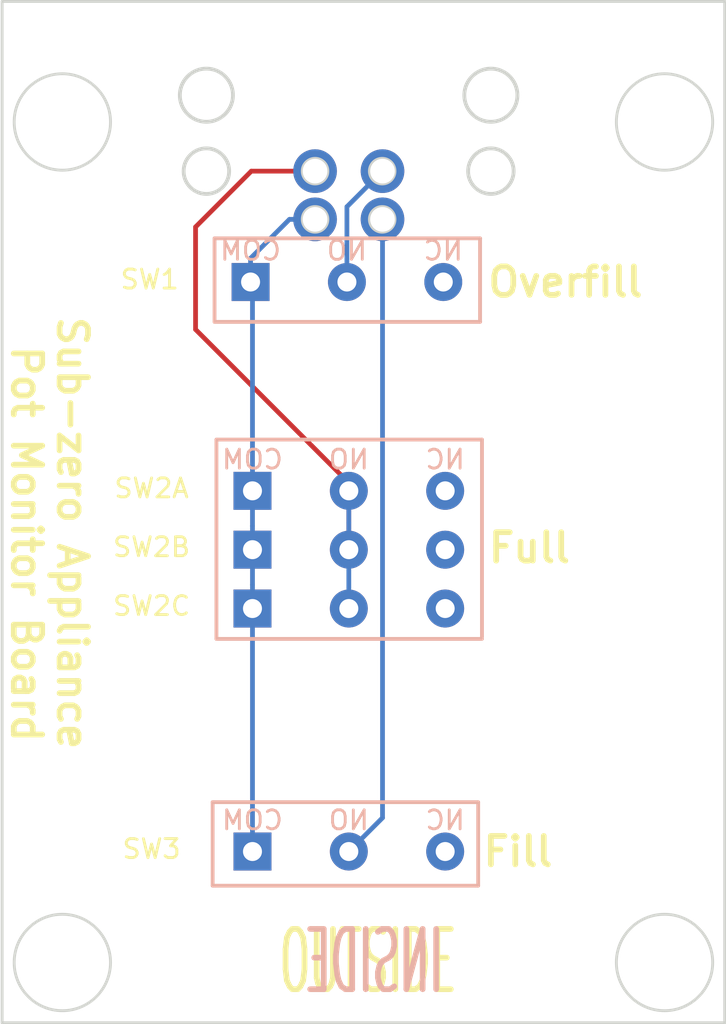
<source format=kicad_pcb>
(kicad_pcb (version 20171130) (host pcbnew "(5.0.2)-1")

  (general
    (thickness 1.6)
    (drawings 26)
    (tracks 22)
    (zones 0)
    (modules 6)
    (nets 1)
  )

  (page A4)
  (layers
    (0 F.Cu signal)
    (31 B.Cu signal)
    (32 B.Adhes user)
    (33 F.Adhes user)
    (34 B.Paste user)
    (35 F.Paste user)
    (36 B.SilkS user)
    (37 F.SilkS user)
    (38 B.Mask user)
    (39 F.Mask user)
    (40 Dwgs.User user)
    (41 Cmts.User user)
    (42 Eco1.User user)
    (43 Eco2.User user)
    (44 Edge.Cuts user)
    (45 Margin user)
    (46 B.CrtYd user)
    (47 F.CrtYd user)
    (48 B.Fab user)
    (49 F.Fab user)
  )

  (setup
    (last_trace_width 0.25)
    (trace_clearance 0.2)
    (zone_clearance 0.508)
    (zone_45_only no)
    (trace_min 0.2)
    (segment_width 0.2)
    (edge_width 0.15)
    (via_size 0.8)
    (via_drill 0.4)
    (via_min_size 0.4)
    (via_min_drill 0.3)
    (uvia_size 0.3)
    (uvia_drill 0.1)
    (uvias_allowed no)
    (uvia_min_size 0.2)
    (uvia_min_drill 0.1)
    (pcb_text_width 0.3)
    (pcb_text_size 1.5 1.5)
    (mod_edge_width 0.15)
    (mod_text_size 1 1)
    (mod_text_width 0.15)
    (pad_size 2.3 2.3)
    (pad_drill 1.3)
    (pad_to_mask_clearance 0.051)
    (solder_mask_min_width 0.25)
    (aux_axis_origin 101.6 106.68)
    (grid_origin 101.6 106.68)
    (visible_elements 7FFFFFFF)
    (pcbplotparams
      (layerselection 0x010fc_ffffffff)
      (usegerberextensions false)
      (usegerberattributes false)
      (usegerberadvancedattributes false)
      (creategerberjobfile false)
      (excludeedgelayer true)
      (linewidth 0.100000)
      (plotframeref false)
      (viasonmask false)
      (mode 1)
      (useauxorigin false)
      (hpglpennumber 1)
      (hpglpenspeed 20)
      (hpglpendiameter 15.000000)
      (psnegative false)
      (psa4output false)
      (plotreference true)
      (plotvalue true)
      (plotinvisibletext false)
      (padsonsilk false)
      (subtractmaskfromsilk false)
      (outputformat 1)
      (mirror false)
      (drillshape 1)
      (scaleselection 1)
      (outputdirectory ""))
  )

  (net 0 "")

  (net_class Default "This is the default net class."
    (clearance 0.2)
    (trace_width 0.25)
    (via_dia 0.8)
    (via_drill 0.4)
    (uvia_dia 0.3)
    (uvia_drill 0.1)
  )

  (module "User - Switch:D2HW_A201D" (layer F.Cu) (tedit 64079F3C) (tstamp 64079F25)
    (at 118.28 78.043)
    (fp_text reference SW2C (at -10.4 3.8) (layer F.SilkS)
      (effects (font (size 1 1) (thickness 0.15)))
    )
    (fp_text value D2HW (at -11.68 5.337) (layer F.Fab)
      (effects (font (size 1 1) (thickness 0.15)))
    )
    (fp_text user NC (at 5.08 2.286) (layer F.SilkS) hide
      (effects (font (size 1 1) (thickness 0.15)))
    )
    (fp_text user NO (at 0 2.286) (layer F.SilkS) hide
      (effects (font (size 1 1) (thickness 0.15)))
    )
    (fp_text user COM (at -5.08 2.286) (layer F.SilkS) hide
      (effects (font (size 1 1) (thickness 0.15)))
    )
    (pad 3 thru_hole circle (at 5.08 3.937) (size 2 2) (drill 1) (layers *.Cu *.Mask))
    (pad 2 thru_hole circle (at 0 3.937) (size 2 2) (drill 1) (layers *.Cu *.Mask))
    (pad 1 thru_hole rect (at -5.08 3.937) (size 2 2) (drill 1) (layers *.Cu *.Mask))
  )

  (module "User - Switch:D2HW_A201D" (layer F.Cu) (tedit 6407A4CA) (tstamp 640780E8)
    (at 118.18 60.843)
    (fp_text reference SW1 (at -10.4 3.8) (layer F.SilkS)
      (effects (font (size 1 1) (thickness 0.15)))
    )
    (fp_text value D2HW (at -11.68 5.337) (layer F.Fab)
      (effects (font (size 1 1) (thickness 0.15)))
    )
    (fp_text user COM (at -5.08 2.286) (layer B.SilkS)
      (effects (font (size 1 1) (thickness 0.15)) (justify mirror))
    )
    (fp_text user NO (at 0 2.286) (layer B.SilkS)
      (effects (font (size 1 1) (thickness 0.15)) (justify mirror))
    )
    (fp_text user NC (at 5.08 2.286) (layer B.SilkS)
      (effects (font (size 1 1) (thickness 0.15)) (justify mirror))
    )
    (pad 1 thru_hole rect (at -5.08 3.937) (size 2 2) (drill 1) (layers *.Cu *.Mask))
    (pad 2 thru_hole circle (at 0 3.937) (size 2 2) (drill 1) (layers *.Cu *.Mask))
    (pad 3 thru_hole circle (at 5.08 3.937) (size 2 2) (drill 1) (layers *.Cu *.Mask))
  )

  (module "User - Switch:D2HW_A201D" (layer F.Cu) (tedit 6407A4E6) (tstamp 640780E8)
    (at 118.28 71.843)
    (fp_text reference SW2A (at -10.4 3.8) (layer F.SilkS)
      (effects (font (size 1 1) (thickness 0.15)))
    )
    (fp_text value D2HW (at -11.68 5.337) (layer F.Fab)
      (effects (font (size 1 1) (thickness 0.15)))
    )
    (fp_text user COM (at -5.08 2.286) (layer B.SilkS)
      (effects (font (size 1 1) (thickness 0.15)) (justify mirror))
    )
    (fp_text user NO (at 0 2.286) (layer B.SilkS)
      (effects (font (size 1 1) (thickness 0.15)) (justify mirror))
    )
    (fp_text user NC (at 5.08 2.286) (layer B.SilkS)
      (effects (font (size 1 1) (thickness 0.15)) (justify mirror))
    )
    (pad 1 thru_hole rect (at -5.08 3.937) (size 2 2) (drill 1) (layers *.Cu *.Mask))
    (pad 2 thru_hole circle (at 0 3.937) (size 2 2) (drill 1) (layers *.Cu *.Mask))
    (pad 3 thru_hole circle (at 5.08 3.937) (size 2 2) (drill 1) (layers *.Cu *.Mask))
  )

  (module "User - Switch:D2HW_A201D" (layer F.Cu) (tedit 64079F07) (tstamp 640780E8)
    (at 118.28 74.943)
    (fp_text reference SW2B (at -10.4 3.8) (layer F.SilkS)
      (effects (font (size 1 1) (thickness 0.15)))
    )
    (fp_text value D2HW (at -11.68 5.337) (layer F.Fab)
      (effects (font (size 1 1) (thickness 0.15)))
    )
    (fp_text user COM (at -5.08 2.286) (layer F.SilkS) hide
      (effects (font (size 1 1) (thickness 0.15)))
    )
    (fp_text user NO (at 0 2.286) (layer F.SilkS) hide
      (effects (font (size 1 1) (thickness 0.15)))
    )
    (fp_text user NC (at 5.08 2.286) (layer F.SilkS) hide
      (effects (font (size 1 1) (thickness 0.15)))
    )
    (pad 1 thru_hole rect (at -5.08 3.937) (size 2 2) (drill 1) (layers *.Cu *.Mask))
    (pad 2 thru_hole circle (at 0 3.937) (size 2 2) (drill 1) (layers *.Cu *.Mask))
    (pad 3 thru_hole circle (at 5.08 3.937) (size 2 2) (drill 1) (layers *.Cu *.Mask))
  )

  (module "User - Switch:99-3431-202-04" (layer F.Cu) (tedit 64077F91) (tstamp 64077D37)
    (at 118.278 51.828 180)
    (fp_text reference REF** (at 0 0.5 180) (layer F.SilkS) hide
      (effects (font (size 1 1) (thickness 0.15)))
    )
    (fp_text value 99-3431-202-04 (at 0 -0.5 180) (layer F.Fab)
      (effects (font (size 1 1) (thickness 0.15)))
    )
    (fp_circle (center 1.778 -7.112) (end 2.428 -7.112) (layer Edge.Cuts) (width 0.2))
    (fp_circle (center -1.762 -7.112) (end -1.112 -7.112) (layer Edge.Cuts) (width 0.2))
    (fp_circle (center -7.492 -3.112) (end -6.092 -3.112) (layer Edge.Cuts) (width 0.2))
    (fp_circle (center 7.508 -3.112) (end 8.908 -3.112) (layer Edge.Cuts) (width 0.2))
    (fp_circle (center 7.508 -7.112) (end 8.708 -7.112) (layer Edge.Cuts) (width 0.2))
    (fp_circle (center -1.762 -9.652) (end -1.112 -9.652) (layer Edge.Cuts) (width 0.2))
    (fp_circle (center -7.492 -7.112) (end -6.292 -7.112) (layer Edge.Cuts) (width 0.2))
    (fp_circle (center 1.778 -9.652) (end 2.428 -9.652) (layer Edge.Cuts) (width 0.2))
    (pad 4 thru_hole circle (at 1.778 -7.112 180) (size 2.3 2.3) (drill 1.3) (layers *.Cu *.Mask))
    (pad 3 thru_hole circle (at -1.778 -7.112 180) (size 2.3 2.3) (drill 1.3) (layers *.Cu *.Mask))
    (pad 2 thru_hole circle (at -1.778 -9.652 180) (size 2.3 2.3) (drill 1.3) (layers *.Cu *.Mask))
    (pad 1 thru_hole circle (at 1.778 -9.652 180) (size 2.3 2.3) (drill 1.3) (layers *.Cu *.Mask))
  )

  (module "User - Switch:D2HW_A201D" (layer F.Cu) (tedit 6407A51B) (tstamp 64077FF8)
    (at 118.28 90.843)
    (fp_text reference SW3 (at -10.4 3.8) (layer F.SilkS)
      (effects (font (size 1 1) (thickness 0.15)))
    )
    (fp_text value D2HW (at -11.68 5.337) (layer F.Fab)
      (effects (font (size 1 1) (thickness 0.15)))
    )
    (fp_text user NC (at 5.08 2.286) (layer B.SilkS)
      (effects (font (size 1 1) (thickness 0.15)) (justify mirror))
    )
    (fp_text user NO (at 0 2.286) (layer B.SilkS)
      (effects (font (size 1 1) (thickness 0.15)) (justify mirror))
    )
    (fp_text user COM (at -5.08 2.286) (layer B.SilkS)
      (effects (font (size 1 1) (thickness 0.15)) (justify mirror))
    )
    (pad 3 thru_hole circle (at 5.08 3.937) (size 2 2) (drill 1) (layers *.Cu *.Mask))
    (pad 2 thru_hole circle (at 0 3.937) (size 2 2) (drill 1) (layers *.Cu *.Mask))
    (pad 1 thru_hole rect (at -5.08 3.937) (size 2 2) (drill 1) (layers *.Cu *.Mask))
  )

  (gr_text Fill (at 127.2 94.78) (layer F.SilkS)
    (effects (font (size 1.5 1.5) (thickness 0.3)))
  )
  (gr_text Full (at 127.8 78.78) (layer F.SilkS)
    (effects (font (size 1.5 1.5) (thickness 0.3)))
  )
  (gr_text Overfill (at 129.7 64.78) (layer F.SilkS)
    (effects (font (size 1.5 1.5) (thickness 0.3)))
  )
  (gr_text "Sub-zero Appliance \nPot Monitor Board" (at 102.5 78.58 270) (layer F.SilkS)
    (effects (font (size 1.5 1.5) (thickness 0.3)))
  )
  (gr_text OUTSIDE (at 119.3 100.58) (layer F.SilkS)
    (effects (font (size 3.175 1.5) (thickness 0.3)))
  )
  (gr_text INSIDE (at 119.6 100.58) (layer B.SilkS)
    (effects (font (size 3.175 1.5) (thickness 0.3)) (justify mirror))
  )
  (gr_line (start 125.3 83.48) (end 125.3 73.08) (layer B.SilkS) (width 0.2) (tstamp 6407A44F))
  (gr_line (start 111.3 83.58) (end 125.3 83.58) (layer B.SilkS) (width 0.2) (tstamp 6407A44E))
  (gr_line (start 111.3 73.08) (end 111.3 83.58) (layer B.SilkS) (width 0.2) (tstamp 6407A44D))
  (gr_line (start 125.3 73.08) (end 111.3 73.08) (layer B.SilkS) (width 0.2) (tstamp 6407A44C))
  (gr_line (start 125.1 96.58) (end 125.1 92.18) (layer B.SilkS) (width 0.2) (tstamp 6407A44F))
  (gr_line (start 111.1 96.58) (end 125.1 96.58) (layer B.SilkS) (width 0.2) (tstamp 6407A44E))
  (gr_line (start 111.1 92.18) (end 111.1 96.58) (layer B.SilkS) (width 0.2) (tstamp 6407A44D))
  (gr_line (start 125.1 92.18) (end 111.1 92.18) (layer B.SilkS) (width 0.2) (tstamp 6407A44C))
  (gr_line (start 125.2 62.48) (end 111.2 62.48) (layer B.SilkS) (width 0.2))
  (gr_line (start 125.2 66.88) (end 125.2 62.48) (layer B.SilkS) (width 0.2))
  (gr_line (start 111.2 66.88) (end 125.2 66.88) (layer B.SilkS) (width 0.2))
  (gr_line (start 111.2 62.48) (end 111.2 66.88) (layer B.SilkS) (width 0.2))
  (gr_line (start 100 50) (end 138.1 50) (layer Edge.Cuts) (width 0.15))
  (gr_circle (center 103.175 100.625) (end 105.715 100.625) (layer Edge.Cuts) (width 0.15) (tstamp 63FEE444))
  (gr_circle (center 134.925 100.625) (end 137.465 100.625) (layer Edge.Cuts) (width 0.15) (tstamp 63FEE442))
  (gr_circle (center 134.925 56.35) (end 137.465 56.35) (layer Edge.Cuts) (width 0.15) (tstamp 63FEE440))
  (gr_line (start 100 103.8) (end 100 50) (layer Edge.Cuts) (width 0.15))
  (gr_line (start 138.1 103.8) (end 100 103.8) (layer Edge.Cuts) (width 0.15))
  (gr_line (start 138.1 50) (end 138.1 103.8) (layer Edge.Cuts) (width 0.15))
  (gr_circle (center 103.175 56.35) (end 105.715 56.35) (layer Edge.Cuts) (width 0.15))

  (segment (start 113.2 80.73) (end 113.2 78.88) (width 0.25) (layer B.Cu) (net 0))
  (segment (start 113.2 81.98) (end 113.2 80.73) (width 0.25) (layer B.Cu) (net 0))
  (segment (start 113.2 77.63) (end 113.2 75.78) (width 0.25) (layer B.Cu) (net 0))
  (segment (start 113.2 78.88) (end 113.2 77.63) (width 0.25) (layer B.Cu) (net 0))
  (segment (start 118.28 81.98) (end 118.28 78.88) (width 0.25) (layer B.Cu) (net 0))
  (segment (start 118.28 77.465787) (end 118.28 75.78) (width 0.25) (layer B.Cu) (net 0))
  (segment (start 118.28 78.88) (end 118.28 77.465787) (width 0.25) (layer B.Cu) (net 0))
  (segment (start 113.2 94.78) (end 113.2 81.98) (width 0.25) (layer B.Cu) (net 0))
  (segment (start 113.2 64.88) (end 113.1 64.78) (width 0.25) (layer B.Cu) (net 0))
  (segment (start 113.2 75.78) (end 113.2 64.88) (width 0.25) (layer B.Cu) (net 0))
  (segment (start 115.15 61.48) (end 116.5 61.48) (width 0.25) (layer B.Cu) (net 0))
  (segment (start 113.1 63.53) (end 115.15 61.48) (width 0.25) (layer B.Cu) (net 0))
  (segment (start 113.1 64.78) (end 113.1 63.53) (width 0.25) (layer B.Cu) (net 0))
  (segment (start 120.056 93.004) (end 118.28 94.78) (width 0.25) (layer B.Cu) (net 0))
  (segment (start 120.056 61.48) (end 120.056 93.004) (width 0.25) (layer B.Cu) (net 0))
  (segment (start 118.18 60.816) (end 120.056 58.94) (width 0.25) (layer B.Cu) (net 0))
  (segment (start 118.18 64.78) (end 118.18 60.816) (width 0.25) (layer B.Cu) (net 0))
  (segment (start 113.14 58.94) (end 116.5 58.94) (width 0.25) (layer F.Cu) (net 0))
  (segment (start 110.2 61.88) (end 113.14 58.94) (width 0.25) (layer F.Cu) (net 0))
  (segment (start 110.2 67.28) (end 110.2 61.88) (width 0.25) (layer F.Cu) (net 0))
  (segment (start 118.28 78.88) (end 118.28 75.36) (width 0.25) (layer F.Cu) (net 0))
  (segment (start 118.28 75.36) (end 110.2 67.28) (width 0.25) (layer F.Cu) (net 0))

)

</source>
